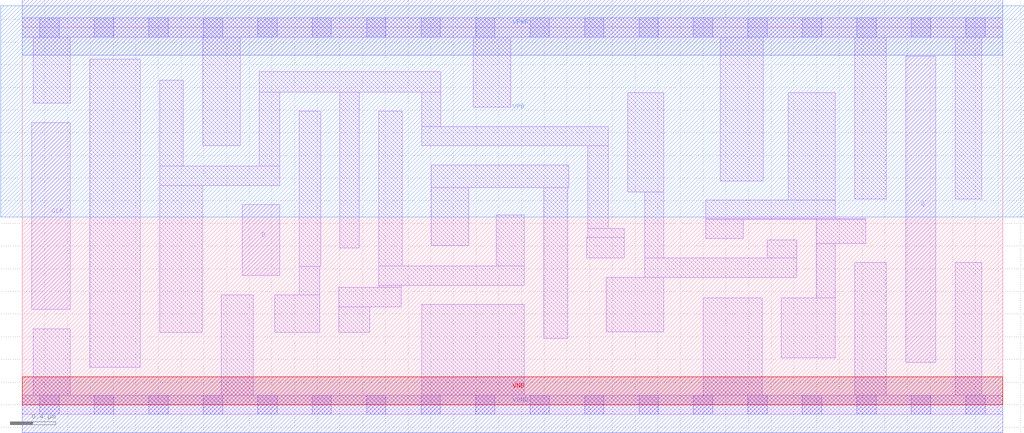
<source format=lef>
# Copyright 2020 The SkyWater PDK Authors
#
# Licensed under the Apache License, Version 2.0 (the "License");
# you may not use this file except in compliance with the License.
# You may obtain a copy of the License at
#
#     https://www.apache.org/licenses/LICENSE-2.0
#
# Unless required by applicable law or agreed to in writing, software
# distributed under the License is distributed on an "AS IS" BASIS,
# WITHOUT WARRANTIES OR CONDITIONS OF ANY KIND, either express or implied.
# See the License for the specific language governing permissions and
# limitations under the License.
#
# SPDX-License-Identifier: Apache-2.0

VERSION 5.7 ;
  NOWIREEXTENSIONATPIN ON ;
  DIVIDERCHAR "/" ;
  BUSBITCHARS "[]" ;
MACRO sky130_fd_sc_lp__dfxtp_2
  CLASS CORE ;
  FOREIGN sky130_fd_sc_lp__dfxtp_2 ;
  ORIGIN  0.000000  0.000000 ;
  SIZE  8.640000 BY  3.330000 ;
  SYMMETRY X Y R90 ;
  SITE unit ;
  PIN D
    ANTENNAGATEAREA  0.126000 ;
    DIRECTION INPUT ;
    USE SIGNAL ;
    PORT
      LAYER li1 ;
        RECT 1.940000 1.140000 2.270000 1.765000 ;
    END
  END D
  PIN Q
    ANTENNADIFFAREA  0.588000 ;
    DIRECTION OUTPUT ;
    USE SIGNAL ;
    PORT
      LAYER li1 ;
        RECT 7.785000 0.375000 8.050000 3.075000 ;
    END
  END Q
  PIN CLK
    ANTENNAGATEAREA  0.159000 ;
    DIRECTION INPUT ;
    USE CLOCK ;
    PORT
      LAYER li1 ;
        RECT 0.085000 0.840000 0.425000 2.490000 ;
    END
  END CLK
  PIN VGND
    DIRECTION INOUT ;
    USE GROUND ;
    PORT
      LAYER met1 ;
        RECT 0.000000 -0.245000 8.640000 0.245000 ;
    END
  END VGND
  PIN VNB
    DIRECTION INOUT ;
    USE GROUND ;
    PORT
      LAYER pwell ;
        RECT 0.000000 0.000000 8.640000 0.245000 ;
    END
  END VNB
  PIN VPB
    DIRECTION INOUT ;
    USE POWER ;
    PORT
      LAYER nwell ;
        RECT -0.190000 1.655000 8.830000 3.520000 ;
    END
  END VPB
  PIN VPWR
    DIRECTION INOUT ;
    USE POWER ;
    PORT
      LAYER met1 ;
        RECT 0.000000 3.085000 8.640000 3.575000 ;
    END
  END VPWR
  OBS
    LAYER li1 ;
      RECT 0.000000 -0.085000 8.640000 0.085000 ;
      RECT 0.000000  3.245000 8.640000 3.415000 ;
      RECT 0.095000  0.085000 0.425000 0.670000 ;
      RECT 0.095000  2.660000 0.425000 3.245000 ;
      RECT 0.595000  0.330000 1.040000 3.050000 ;
      RECT 1.210000  0.640000 1.585000 1.935000 ;
      RECT 1.210000  1.935000 2.270000 2.105000 ;
      RECT 1.210000  2.105000 1.420000 2.865000 ;
      RECT 1.590000  2.285000 1.920000 3.245000 ;
      RECT 1.755000  0.085000 2.035000 0.970000 ;
      RECT 2.090000  2.105000 2.270000 2.760000 ;
      RECT 2.090000  2.760000 3.690000 2.940000 ;
      RECT 2.225000  0.640000 2.620000 0.970000 ;
      RECT 2.440000  0.970000 2.620000 1.220000 ;
      RECT 2.440000  1.220000 2.630000 2.590000 ;
      RECT 2.790000  0.640000 3.060000 0.865000 ;
      RECT 2.790000  0.865000 3.340000 1.035000 ;
      RECT 2.800000  1.385000 2.970000 2.760000 ;
      RECT 3.140000  1.035000 3.340000 1.055000 ;
      RECT 3.140000  1.055000 4.425000 1.225000 ;
      RECT 3.140000  1.225000 3.350000 2.590000 ;
      RECT 3.520000  0.085000 4.425000 0.885000 ;
      RECT 3.520000  2.285000 5.165000 2.455000 ;
      RECT 3.520000  2.455000 3.690000 2.760000 ;
      RECT 3.605000  1.405000 3.935000 1.915000 ;
      RECT 3.605000  1.915000 4.815000 2.115000 ;
      RECT 3.975000  2.625000 4.305000 3.245000 ;
      RECT 4.175000  1.225000 4.425000 1.675000 ;
      RECT 4.595000  0.585000 4.805000 1.915000 ;
      RECT 4.975000  1.295000 5.305000 1.475000 ;
      RECT 4.985000  1.475000 5.305000 1.555000 ;
      RECT 4.985000  1.555000 5.165000 2.285000 ;
      RECT 5.145000  0.645000 5.655000 1.125000 ;
      RECT 5.335000  1.875000 5.655000 2.755000 ;
      RECT 5.485000  1.125000 6.825000 1.295000 ;
      RECT 5.485000  1.295000 5.655000 1.875000 ;
      RECT 6.000000  0.085000 6.520000 0.945000 ;
      RECT 6.025000  1.465000 6.355000 1.635000 ;
      RECT 6.025000  1.635000 7.435000 1.645000 ;
      RECT 6.025000  1.645000 7.165000 1.805000 ;
      RECT 6.150000  1.975000 6.530000 3.245000 ;
      RECT 6.565000  1.295000 6.825000 1.455000 ;
      RECT 6.690000  0.415000 7.165000 0.945000 ;
      RECT 6.750000  1.805000 7.165000 2.755000 ;
      RECT 6.995000  0.945000 7.165000 1.425000 ;
      RECT 6.995000  1.425000 7.435000 1.635000 ;
      RECT 7.335000  0.085000 7.615000 1.255000 ;
      RECT 7.335000  1.815000 7.615000 3.245000 ;
      RECT 8.220000  0.085000 8.455000 1.255000 ;
      RECT 8.220000  1.815000 8.455000 3.245000 ;
    LAYER mcon ;
      RECT 0.155000 -0.085000 0.325000 0.085000 ;
      RECT 0.155000  3.245000 0.325000 3.415000 ;
      RECT 0.635000 -0.085000 0.805000 0.085000 ;
      RECT 0.635000  3.245000 0.805000 3.415000 ;
      RECT 1.115000 -0.085000 1.285000 0.085000 ;
      RECT 1.115000  3.245000 1.285000 3.415000 ;
      RECT 1.595000 -0.085000 1.765000 0.085000 ;
      RECT 1.595000  3.245000 1.765000 3.415000 ;
      RECT 2.075000 -0.085000 2.245000 0.085000 ;
      RECT 2.075000  3.245000 2.245000 3.415000 ;
      RECT 2.555000 -0.085000 2.725000 0.085000 ;
      RECT 2.555000  3.245000 2.725000 3.415000 ;
      RECT 3.035000 -0.085000 3.205000 0.085000 ;
      RECT 3.035000  3.245000 3.205000 3.415000 ;
      RECT 3.515000 -0.085000 3.685000 0.085000 ;
      RECT 3.515000  3.245000 3.685000 3.415000 ;
      RECT 3.995000 -0.085000 4.165000 0.085000 ;
      RECT 3.995000  3.245000 4.165000 3.415000 ;
      RECT 4.475000 -0.085000 4.645000 0.085000 ;
      RECT 4.475000  3.245000 4.645000 3.415000 ;
      RECT 4.955000 -0.085000 5.125000 0.085000 ;
      RECT 4.955000  3.245000 5.125000 3.415000 ;
      RECT 5.435000 -0.085000 5.605000 0.085000 ;
      RECT 5.435000  3.245000 5.605000 3.415000 ;
      RECT 5.915000 -0.085000 6.085000 0.085000 ;
      RECT 5.915000  3.245000 6.085000 3.415000 ;
      RECT 6.395000 -0.085000 6.565000 0.085000 ;
      RECT 6.395000  3.245000 6.565000 3.415000 ;
      RECT 6.875000 -0.085000 7.045000 0.085000 ;
      RECT 6.875000  3.245000 7.045000 3.415000 ;
      RECT 7.355000 -0.085000 7.525000 0.085000 ;
      RECT 7.355000  3.245000 7.525000 3.415000 ;
      RECT 7.835000 -0.085000 8.005000 0.085000 ;
      RECT 7.835000  3.245000 8.005000 3.415000 ;
      RECT 8.315000 -0.085000 8.485000 0.085000 ;
      RECT 8.315000  3.245000 8.485000 3.415000 ;
  END
END sky130_fd_sc_lp__dfxtp_2
END LIBRARY

</source>
